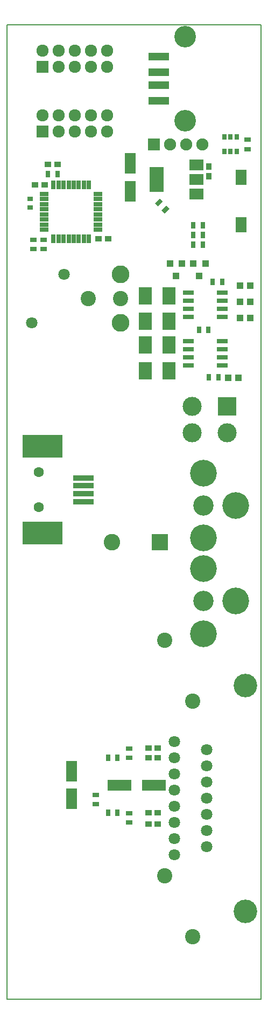
<source format=gbr>
G04 #@! TF.GenerationSoftware,KiCad,Pcbnew,(5.0.0-rc2-dev-311-g1dd4af297)*
G04 #@! TF.CreationDate,2018-06-08T08:48:50+02:00*
G04 #@! TF.ProjectId,resetUSB,72657365745553422E6B696361645F70,1.0*
G04 #@! TF.SameCoordinates,PX6ad8e7cPY2bcdfd4*
G04 #@! TF.FileFunction,Soldermask,Top*
G04 #@! TF.FilePolarity,Negative*
%FSLAX46Y46*%
G04 Gerber Fmt 4.6, Leading zero omitted, Abs format (unit mm)*
G04 Created by KiCad (PCBNEW (5.0.0-rc2-dev-311-g1dd4af297)) date 06/08/18 08:48:50*
%MOMM*%
%LPD*%
G01*
G04 APERTURE LIST*
%ADD10C,0.200000*%
%ADD11C,4.200000*%
%ADD12C,3.200000*%
%ADD13C,3.700000*%
%ADD14R,1.000000X0.950000*%
%ADD15R,0.700000X1.100000*%
%ADD16R,1.800000X3.200000*%
%ADD17R,1.100000X0.700000*%
%ADD18R,3.700000X1.800000*%
%ADD19C,1.800000*%
%ADD20R,3.200000X0.900000*%
%ADD21R,6.240000X3.600000*%
%ADD22C,1.600000*%
%ADD23C,2.400000*%
%ADD24R,2.000000X2.700000*%
%ADD25R,1.000000X1.100000*%
%ADD26R,1.750000X0.800000*%
%ADD27R,1.000000X1.000000*%
%ADD28C,3.000000*%
%ADD29R,3.000000X3.000000*%
%ADD30C,2.800000*%
%ADD31R,0.800000X1.400000*%
%ADD32R,1.400000X0.800000*%
%ADD33R,3.200000X1.200000*%
%ADD34C,3.400000*%
%ADD35C,2.600000*%
%ADD36R,2.600000X2.600000*%
%ADD37R,0.950000X1.000000*%
%ADD38R,2.200000X1.700000*%
%ADD39R,2.200000X4.000000*%
%ADD40R,1.800000X2.380000*%
%ADD41C,0.700000*%
%ADD42C,0.100000*%
%ADD43R,0.900000X0.800000*%
%ADD44O,1.927200X1.927200*%
%ADD45R,1.927200X1.927200*%
%ADD46O,1.900000X1.900000*%
%ADD47R,1.900000X1.900000*%
%ADD48R,0.710000X0.900000*%
G04 APERTURE END LIST*
D10*
X0Y0D02*
X0Y-153000000D01*
X40000000Y0D02*
X0Y0D01*
X40000000Y-153000000D02*
X40000000Y0D01*
X0Y-153000000D02*
X40000000Y-153000000D01*
D11*
X36000000Y-75492000D03*
D12*
X30900000Y-75492000D03*
D11*
X30900000Y-80592000D03*
X30900000Y-70392000D03*
X30900000Y-85392000D03*
X30900000Y-95592000D03*
D12*
X30900000Y-90492000D03*
D11*
X36000000Y-90492000D03*
D13*
X37508000Y-103750000D03*
X37508000Y-139250000D03*
D14*
X22234000Y-123775500D03*
X23734000Y-123775500D03*
D15*
X17384000Y-123779000D03*
X15884000Y-123779000D03*
D16*
X10160000Y-117180000D03*
X10160000Y-121580000D03*
D17*
X13970000Y-122416000D03*
X13970000Y-120916000D03*
D18*
X17704000Y-119457500D03*
X23104000Y-119457500D03*
D17*
X19174000Y-113631000D03*
X19174000Y-115131000D03*
X19174000Y-125291000D03*
X19174000Y-123791000D03*
D14*
X23734000Y-113553000D03*
X22234000Y-113553000D03*
X22222000Y-115143000D03*
X23722000Y-115143000D03*
X23734000Y-125491000D03*
X22234000Y-125491000D03*
D15*
X17384000Y-115143000D03*
X15884000Y-115143000D03*
D19*
X26308000Y-130385000D03*
X26308000Y-127845000D03*
X26308000Y-125305000D03*
X26308000Y-122765000D03*
X26308000Y-120225000D03*
X26308000Y-117685000D03*
X26308000Y-115145000D03*
X26308000Y-112605000D03*
X31388000Y-129115000D03*
X31388000Y-126575000D03*
X31388000Y-124035000D03*
X31388000Y-113875000D03*
X31388000Y-116415000D03*
X31388000Y-118955000D03*
X31388000Y-121495000D03*
D20*
X12000000Y-74875000D03*
X12000000Y-71125000D03*
X12000000Y-73625000D03*
X12000000Y-72375000D03*
D21*
X5580000Y-79800000D03*
X5580000Y-66200000D03*
D22*
X5000000Y-75750000D03*
X5000000Y-70250000D03*
D23*
X24770000Y-133650000D03*
X29210000Y-143180000D03*
D24*
X21775500Y-42545700D03*
X21775500Y-46545700D03*
X25458500Y-46545700D03*
X25458500Y-42545700D03*
X21775500Y-54292700D03*
X21775500Y-50292700D03*
D25*
X26566000Y-39451500D03*
X25616000Y-37451500D03*
X27516000Y-37451500D03*
X30249000Y-39451500D03*
X29299000Y-37451500D03*
X31199000Y-37451500D03*
D24*
X25458500Y-50292700D03*
X25458500Y-54292700D03*
D26*
X28486200Y-45849100D03*
X28486200Y-44579100D03*
X28486200Y-43309100D03*
X28486200Y-42039100D03*
X33886200Y-42039100D03*
X33886200Y-43309100D03*
X33886200Y-44579100D03*
X33886200Y-45849100D03*
X28486200Y-53469100D03*
X28486200Y-52199100D03*
X28486200Y-50929100D03*
X28486200Y-49659100D03*
X33886200Y-49659100D03*
X33886200Y-50929100D03*
X33886200Y-52199100D03*
X33886200Y-53469100D03*
D15*
X30198500Y-47879000D03*
X31698500Y-47879000D03*
X32320800Y-40309800D03*
X33820800Y-40309800D03*
D27*
X36360000Y-55413500D03*
X34760000Y-55413500D03*
D15*
X33262000Y-55372000D03*
X31762000Y-55372000D03*
D28*
X29158000Y-64075000D03*
X29158000Y-59875000D03*
X34658000Y-64075000D03*
D29*
X34658000Y-59875000D03*
D15*
X29309500Y-32939500D03*
X30809500Y-32939500D03*
D19*
X3920000Y-46810000D03*
X9000000Y-39190000D03*
D23*
X12810000Y-43000000D03*
X17890000Y-43000000D03*
D30*
X17890000Y-46810000D03*
X17890000Y-39190000D03*
D31*
X7292772Y-25091143D03*
X8092772Y-25091143D03*
X8892772Y-25091143D03*
X9692772Y-25091143D03*
X10492772Y-25091143D03*
X11292772Y-25091143D03*
X12092772Y-25091143D03*
X12892772Y-25091143D03*
D32*
X14342772Y-26541143D03*
X14342772Y-27341143D03*
X14342772Y-28141143D03*
X14342772Y-28941143D03*
X14342772Y-29741143D03*
X14342772Y-30541143D03*
X14342772Y-31341143D03*
X14342772Y-32141143D03*
D31*
X12892772Y-33591143D03*
X12092772Y-33591143D03*
X11292772Y-33591143D03*
X10492772Y-33591143D03*
X9692772Y-33591143D03*
X8892772Y-33591143D03*
X8092772Y-33591143D03*
X7292772Y-33591143D03*
D32*
X5842772Y-32141143D03*
X5842772Y-31341143D03*
X5842772Y-30541143D03*
X5842772Y-29741143D03*
X5842772Y-28941143D03*
X5842772Y-28141143D03*
X5842772Y-27341143D03*
X5842772Y-26541143D03*
D15*
X7937876Y-23392702D03*
X6437876Y-23392702D03*
D14*
X4403631Y-25120423D03*
X5903631Y-25120423D03*
X7949876Y-21868702D03*
X6449876Y-21868702D03*
D33*
X23833500Y-11923500D03*
X23833500Y-9423500D03*
X23833500Y-4923500D03*
X23833500Y-7423500D03*
D34*
X28043500Y-1853500D03*
X28043500Y-14993500D03*
D35*
X16500000Y-81280000D03*
D36*
X24000000Y-81280000D03*
D23*
X24770000Y-96650000D03*
X29210000Y-106180000D03*
D37*
X31748859Y-22257541D03*
X31748859Y-23757541D03*
D16*
X19380800Y-21742600D03*
X19380800Y-26142600D03*
D38*
X29818859Y-26577541D03*
X29818859Y-21977541D03*
X29818859Y-24277541D03*
D39*
X23518859Y-24277541D03*
D40*
X36856000Y-23951000D03*
X36856000Y-31351000D03*
D14*
X15922627Y-33580956D03*
X14422627Y-33580956D03*
D41*
X23879670Y-27882670D03*
D42*
G36*
X24516066Y-27741249D02*
X23738249Y-28519066D01*
X23243274Y-28024091D01*
X24021091Y-27246274D01*
X24516066Y-27741249D01*
X24516066Y-27741249D01*
G37*
D41*
X24940330Y-28943330D03*
D42*
G36*
X25576726Y-28801909D02*
X24798909Y-29579726D01*
X24303934Y-29084751D01*
X25081751Y-28306934D01*
X25576726Y-28801909D01*
X25576726Y-28801909D01*
G37*
D43*
X3596000Y-28691000D03*
X3596000Y-27291000D03*
D27*
X38225500Y-46020500D03*
X36625500Y-46020500D03*
X38225500Y-43480500D03*
X36625500Y-43480500D03*
X38225500Y-40940500D03*
X36625500Y-40940500D03*
D17*
X37872000Y-19511000D03*
X37872000Y-18011000D03*
D44*
X15774000Y-3989000D03*
X15774000Y-6529000D03*
X13234000Y-3989000D03*
X13234000Y-6529000D03*
X10694000Y-3989000D03*
X10694000Y-6529000D03*
X8154000Y-3989000D03*
X8154000Y-6529000D03*
X5614000Y-3989000D03*
D45*
X5614000Y-6529000D03*
D44*
X15774000Y-14149000D03*
X15774000Y-16689000D03*
X13234000Y-14149000D03*
X13234000Y-16689000D03*
X10694000Y-14149000D03*
X10694000Y-16689000D03*
X8154000Y-14149000D03*
X8154000Y-16689000D03*
X5614000Y-14149000D03*
D45*
X5614000Y-16689000D03*
D46*
X30760000Y-18761000D03*
X28220000Y-18761000D03*
X25680000Y-18761000D03*
D47*
X23140000Y-18761000D03*
D48*
X34216900Y-17564300D03*
X35166900Y-17564300D03*
X36116900Y-17564300D03*
X36116900Y-19884300D03*
X35166900Y-19884300D03*
X34216900Y-19884300D03*
D15*
X29309500Y-34463500D03*
X30809500Y-34463500D03*
X29309500Y-31415500D03*
X30809500Y-31415500D03*
D17*
X4114800Y-33717800D03*
X4114800Y-35217800D03*
X5765800Y-33717800D03*
X5765800Y-35217800D03*
M02*

</source>
